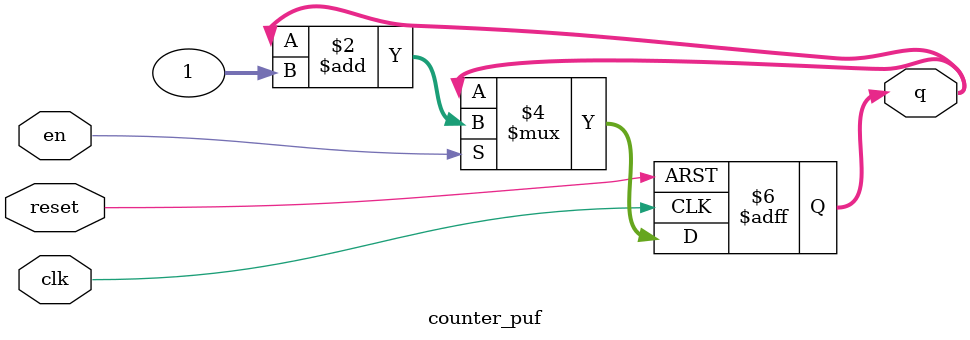
<source format=v>
`timescale 1ns / 1ps


module counter_puf #(parameter SIZE=32)(
    input clk, en, reset,
    output reg [SIZE-1:0] q
    );
    
    always @ (posedge clk, posedge reset )
        if(reset)
            q <= 0;
        else begin
            if(en)
                q <= q + 1;
            else q <= q;
        end
endmodule

</source>
